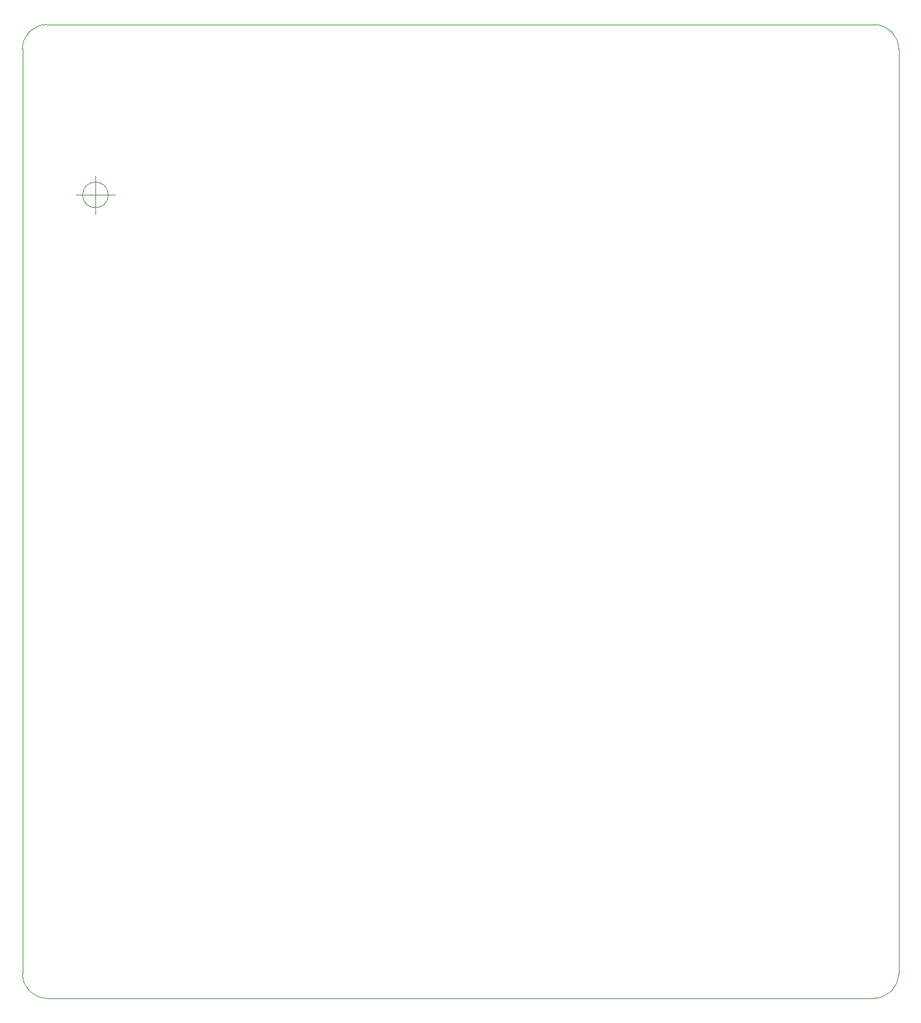
<source format=gbr>
%TF.GenerationSoftware,KiCad,Pcbnew,(5.1.10-1-10_14)*%
%TF.CreationDate,2021-11-08T13:36:25+08:00*%
%TF.ProjectId,Pragmatic,50726167-6d61-4746-9963-2e6b69636164,0.1*%
%TF.SameCoordinates,Original*%
%TF.FileFunction,Profile,NP*%
%FSLAX46Y46*%
G04 Gerber Fmt 4.6, Leading zero omitted, Abs format (unit mm)*
G04 Created by KiCad (PCBNEW (5.1.10-1-10_14)) date 2021-11-08 13:36:25*
%MOMM*%
%LPD*%
G01*
G04 APERTURE LIST*
%TA.AperFunction,Profile*%
%ADD10C,0.120000*%
%TD*%
G04 APERTURE END LIST*
D10*
X58816666Y-57150000D02*
G75*
G03*
X58816666Y-57150000I-1666666J0D01*
G01*
X54650000Y-57150000D02*
X59650000Y-57150000D01*
X57150000Y-54650000D02*
X57150000Y-59650000D01*
X161925000Y-158750000D02*
G75*
G02*
X158750000Y-161925000I-3175000J0D01*
G01*
X50800000Y-161925000D02*
G75*
G02*
X47625000Y-158750000I0J3175000D01*
G01*
X47625000Y-38100000D02*
G75*
G02*
X50800000Y-34925000I3175000J0D01*
G01*
X158750000Y-34925000D02*
G75*
G02*
X161925000Y-38100000I0J-3175000D01*
G01*
X58816666Y-57150000D02*
G75*
G03*
X58816666Y-57150000I-1666666J0D01*
G01*
X54650000Y-57150000D02*
X59650000Y-57150000D01*
X57150000Y-54650000D02*
X57150000Y-59650000D01*
X58816666Y-57150000D02*
G75*
G03*
X58816666Y-57150000I-1666666J0D01*
G01*
X54650000Y-57150000D02*
X59650000Y-57150000D01*
X57150000Y-54650000D02*
X57150000Y-59650000D01*
X47625000Y-38100000D02*
X47625000Y-158750000D01*
X158750000Y-34925000D02*
X50800000Y-34925000D01*
X161925000Y-158750000D02*
X161925000Y-38100000D01*
X50800000Y-161925000D02*
X158750000Y-161925000D01*
M02*

</source>
